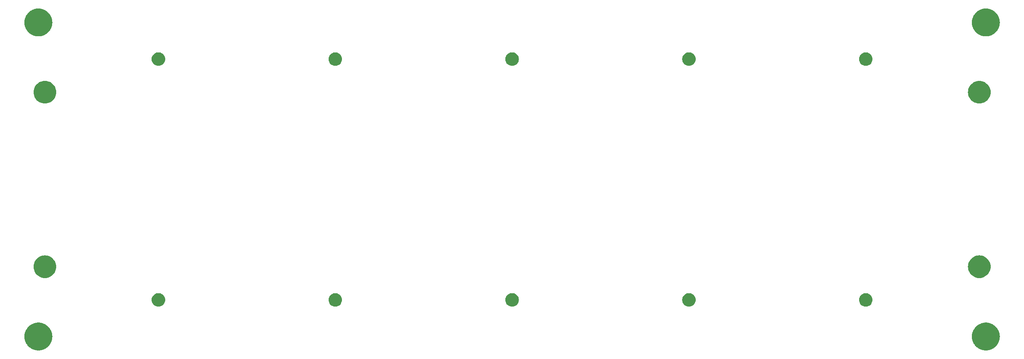
<source format=gbs>
G04 #@! TF.GenerationSoftware,KiCad,Pcbnew,7.0.8*
G04 #@! TF.CreationDate,2023-11-12T21:23:09-08:00*
G04 #@! TF.ProjectId,10p-battery-holder,3130702d-6261-4747-9465-72792d686f6c,V1*
G04 #@! TF.SameCoordinates,Original*
G04 #@! TF.FileFunction,Soldermask,Bot*
G04 #@! TF.FilePolarity,Negative*
%FSLAX46Y46*%
G04 Gerber Fmt 4.6, Leading zero omitted, Abs format (unit mm)*
G04 Created by KiCad (PCBNEW 7.0.8) date 2023-11-12 21:23:09*
%MOMM*%
%LPD*%
G01*
G04 APERTURE LIST*
G04 APERTURE END LIST*
G36*
X44084617Y-123304752D02*
G01*
X44173237Y-123304752D01*
X44267863Y-123315042D01*
X44358286Y-123320121D01*
X44436052Y-123333334D01*
X44517695Y-123342213D01*
X44617132Y-123364100D01*
X44712067Y-123380231D01*
X44782190Y-123400432D01*
X44856078Y-123416697D01*
X44958904Y-123451343D01*
X45056893Y-123479573D01*
X45118829Y-123505227D01*
X45184420Y-123527328D01*
X45289066Y-123575743D01*
X45388428Y-123616900D01*
X45441885Y-123646444D01*
X45498879Y-123672813D01*
X45603601Y-123735822D01*
X45702503Y-123790483D01*
X45747429Y-123822360D01*
X45795766Y-123851443D01*
X45898711Y-123929700D01*
X45995167Y-123998139D01*
X46031765Y-124030845D01*
X46071599Y-124061126D01*
X46170795Y-124155090D01*
X46262742Y-124237258D01*
X46291434Y-124269364D01*
X46323139Y-124299397D01*
X46416559Y-124409380D01*
X46501861Y-124504833D01*
X46523285Y-124535028D01*
X46547451Y-124563478D01*
X46633041Y-124689715D01*
X46709517Y-124797497D01*
X46724498Y-124824603D01*
X46741891Y-124850256D01*
X46817594Y-124993048D01*
X46883100Y-125111572D01*
X46892633Y-125134588D01*
X46904189Y-125156384D01*
X46968007Y-125316555D01*
X47020427Y-125443107D01*
X47025640Y-125461202D01*
X47032433Y-125478251D01*
X47082458Y-125658425D01*
X47119769Y-125787933D01*
X47121901Y-125800483D01*
X47125129Y-125812108D01*
X47159534Y-126021976D01*
X47179879Y-126141714D01*
X47180251Y-126148344D01*
X47181183Y-126154027D01*
X47198292Y-126469602D01*
X47200000Y-126500000D01*
X47198292Y-126530400D01*
X47181183Y-126845972D01*
X47180251Y-126851654D01*
X47179879Y-126858286D01*
X47159530Y-126978050D01*
X47125129Y-127187891D01*
X47121901Y-127199514D01*
X47119769Y-127212067D01*
X47082451Y-127341601D01*
X47032433Y-127521748D01*
X47025641Y-127538794D01*
X47020427Y-127556893D01*
X46967997Y-127683469D01*
X46904189Y-127843615D01*
X46892635Y-127865407D01*
X46883100Y-127888428D01*
X46817581Y-128006975D01*
X46741891Y-128149743D01*
X46724501Y-128175390D01*
X46709517Y-128202503D01*
X46633026Y-128310306D01*
X46547451Y-128436521D01*
X46523290Y-128464965D01*
X46501861Y-128495167D01*
X46416542Y-128590638D01*
X46323139Y-128700602D01*
X46291439Y-128730628D01*
X46262742Y-128762742D01*
X46170777Y-128844926D01*
X46071599Y-128938873D01*
X46031772Y-128969147D01*
X45995167Y-129001861D01*
X45898692Y-129070313D01*
X45795766Y-129148556D01*
X45747439Y-129177633D01*
X45702503Y-129209517D01*
X45603581Y-129264188D01*
X45498879Y-129327186D01*
X45441896Y-129353549D01*
X45388428Y-129383100D01*
X45289046Y-129424265D01*
X45184420Y-129472671D01*
X45118842Y-129494766D01*
X45056893Y-129520427D01*
X44958884Y-129548662D01*
X44856078Y-129583302D01*
X44782204Y-129599562D01*
X44712067Y-129619769D01*
X44617112Y-129635902D01*
X44517695Y-129657786D01*
X44436064Y-129666663D01*
X44358286Y-129679879D01*
X44267858Y-129684957D01*
X44173237Y-129695248D01*
X44084617Y-129695248D01*
X44000000Y-129700000D01*
X43915383Y-129695248D01*
X43826763Y-129695248D01*
X43732141Y-129684957D01*
X43641714Y-129679879D01*
X43563936Y-129666664D01*
X43482304Y-129657786D01*
X43382883Y-129635901D01*
X43287933Y-129619769D01*
X43217798Y-129599563D01*
X43143921Y-129583302D01*
X43041109Y-129548660D01*
X42943107Y-129520427D01*
X42881162Y-129494768D01*
X42815579Y-129472671D01*
X42710944Y-129424261D01*
X42611572Y-129383100D01*
X42558108Y-129353552D01*
X42501120Y-129327186D01*
X42396406Y-129264182D01*
X42297497Y-129209517D01*
X42252566Y-129177637D01*
X42204233Y-129148556D01*
X42101292Y-129070302D01*
X42004833Y-129001861D01*
X41968232Y-128969153D01*
X41928400Y-128938873D01*
X41829205Y-128844910D01*
X41737258Y-128762742D01*
X41708565Y-128730635D01*
X41676860Y-128700602D01*
X41583437Y-128590616D01*
X41498139Y-128495167D01*
X41476714Y-128464972D01*
X41452548Y-128436521D01*
X41366950Y-128310274D01*
X41290483Y-128202503D01*
X41275503Y-128175398D01*
X41258108Y-128149743D01*
X41182394Y-128006930D01*
X41116900Y-127888428D01*
X41107367Y-127865415D01*
X41095810Y-127843615D01*
X41031976Y-127683405D01*
X40979573Y-127556893D01*
X40974361Y-127538803D01*
X40967566Y-127521748D01*
X40917521Y-127341505D01*
X40880231Y-127212067D01*
X40878099Y-127199523D01*
X40874870Y-127187891D01*
X40840441Y-126977882D01*
X40820121Y-126858286D01*
X40819749Y-126851663D01*
X40818816Y-126845972D01*
X40801678Y-126529884D01*
X40800000Y-126500000D01*
X40801678Y-126470117D01*
X40818816Y-126154027D01*
X40819749Y-126148334D01*
X40820121Y-126141714D01*
X40840436Y-126022144D01*
X40874870Y-125812108D01*
X40878100Y-125800474D01*
X40880231Y-125787933D01*
X40917513Y-125658520D01*
X40967566Y-125478251D01*
X40974362Y-125461193D01*
X40979573Y-125443107D01*
X41031966Y-125316619D01*
X41095810Y-125156384D01*
X41107369Y-125134579D01*
X41116900Y-125111572D01*
X41182381Y-124993092D01*
X41258108Y-124850256D01*
X41275506Y-124824595D01*
X41290483Y-124797497D01*
X41366935Y-124689747D01*
X41452548Y-124563478D01*
X41476719Y-124535021D01*
X41498139Y-124504833D01*
X41583420Y-124409402D01*
X41676860Y-124299397D01*
X41708571Y-124269358D01*
X41737258Y-124237258D01*
X41829186Y-124155105D01*
X41928400Y-124061126D01*
X41968240Y-124030840D01*
X42004833Y-123998139D01*
X42101273Y-123929711D01*
X42204233Y-123851443D01*
X42252575Y-123822356D01*
X42297497Y-123790483D01*
X42396385Y-123735829D01*
X42501120Y-123672813D01*
X42558120Y-123646441D01*
X42611572Y-123616900D01*
X42710923Y-123575747D01*
X42815579Y-123527328D01*
X42881175Y-123505226D01*
X42943107Y-123479573D01*
X43041088Y-123451345D01*
X43143921Y-123416697D01*
X43217813Y-123400432D01*
X43287933Y-123380231D01*
X43382863Y-123364101D01*
X43482304Y-123342213D01*
X43563948Y-123333333D01*
X43641714Y-123320121D01*
X43732135Y-123315042D01*
X43826763Y-123304752D01*
X43915383Y-123304752D01*
X44000000Y-123300000D01*
X44084617Y-123304752D01*
G37*
G36*
X261084617Y-123304752D02*
G01*
X261173237Y-123304752D01*
X261267863Y-123315042D01*
X261358286Y-123320121D01*
X261436052Y-123333334D01*
X261517695Y-123342213D01*
X261617132Y-123364100D01*
X261712067Y-123380231D01*
X261782190Y-123400432D01*
X261856078Y-123416697D01*
X261958904Y-123451343D01*
X262056893Y-123479573D01*
X262118829Y-123505227D01*
X262184420Y-123527328D01*
X262289066Y-123575743D01*
X262388428Y-123616900D01*
X262441885Y-123646444D01*
X262498879Y-123672813D01*
X262603601Y-123735822D01*
X262702503Y-123790483D01*
X262747429Y-123822360D01*
X262795766Y-123851443D01*
X262898711Y-123929700D01*
X262995167Y-123998139D01*
X263031765Y-124030845D01*
X263071599Y-124061126D01*
X263170795Y-124155090D01*
X263262742Y-124237258D01*
X263291434Y-124269364D01*
X263323139Y-124299397D01*
X263416559Y-124409380D01*
X263501861Y-124504833D01*
X263523285Y-124535028D01*
X263547451Y-124563478D01*
X263633041Y-124689715D01*
X263709517Y-124797497D01*
X263724498Y-124824603D01*
X263741891Y-124850256D01*
X263817594Y-124993048D01*
X263883100Y-125111572D01*
X263892633Y-125134588D01*
X263904189Y-125156384D01*
X263968007Y-125316555D01*
X264020427Y-125443107D01*
X264025640Y-125461202D01*
X264032433Y-125478251D01*
X264082458Y-125658425D01*
X264119769Y-125787933D01*
X264121901Y-125800483D01*
X264125129Y-125812108D01*
X264159534Y-126021976D01*
X264179879Y-126141714D01*
X264180251Y-126148344D01*
X264181183Y-126154027D01*
X264198292Y-126469602D01*
X264200000Y-126500000D01*
X264198292Y-126530400D01*
X264181183Y-126845972D01*
X264180251Y-126851654D01*
X264179879Y-126858286D01*
X264159530Y-126978050D01*
X264125129Y-127187891D01*
X264121901Y-127199514D01*
X264119769Y-127212067D01*
X264082451Y-127341601D01*
X264032433Y-127521748D01*
X264025641Y-127538794D01*
X264020427Y-127556893D01*
X263967997Y-127683469D01*
X263904189Y-127843615D01*
X263892635Y-127865407D01*
X263883100Y-127888428D01*
X263817581Y-128006975D01*
X263741891Y-128149743D01*
X263724501Y-128175390D01*
X263709517Y-128202503D01*
X263633026Y-128310306D01*
X263547451Y-128436521D01*
X263523290Y-128464965D01*
X263501861Y-128495167D01*
X263416542Y-128590638D01*
X263323139Y-128700602D01*
X263291439Y-128730628D01*
X263262742Y-128762742D01*
X263170777Y-128844926D01*
X263071599Y-128938873D01*
X263031772Y-128969147D01*
X262995167Y-129001861D01*
X262898692Y-129070313D01*
X262795766Y-129148556D01*
X262747439Y-129177633D01*
X262702503Y-129209517D01*
X262603581Y-129264188D01*
X262498879Y-129327186D01*
X262441896Y-129353549D01*
X262388428Y-129383100D01*
X262289046Y-129424265D01*
X262184420Y-129472671D01*
X262118842Y-129494766D01*
X262056893Y-129520427D01*
X261958884Y-129548662D01*
X261856078Y-129583302D01*
X261782204Y-129599562D01*
X261712067Y-129619769D01*
X261617112Y-129635902D01*
X261517695Y-129657786D01*
X261436064Y-129666663D01*
X261358286Y-129679879D01*
X261267858Y-129684957D01*
X261173237Y-129695248D01*
X261084617Y-129695248D01*
X261000000Y-129700000D01*
X260915383Y-129695248D01*
X260826763Y-129695248D01*
X260732141Y-129684957D01*
X260641714Y-129679879D01*
X260563936Y-129666664D01*
X260482304Y-129657786D01*
X260382883Y-129635901D01*
X260287933Y-129619769D01*
X260217798Y-129599563D01*
X260143921Y-129583302D01*
X260041109Y-129548660D01*
X259943107Y-129520427D01*
X259881162Y-129494768D01*
X259815579Y-129472671D01*
X259710944Y-129424261D01*
X259611572Y-129383100D01*
X259558108Y-129353552D01*
X259501120Y-129327186D01*
X259396406Y-129264182D01*
X259297497Y-129209517D01*
X259252566Y-129177637D01*
X259204233Y-129148556D01*
X259101292Y-129070302D01*
X259004833Y-129001861D01*
X258968232Y-128969153D01*
X258928400Y-128938873D01*
X258829205Y-128844910D01*
X258737258Y-128762742D01*
X258708565Y-128730635D01*
X258676860Y-128700602D01*
X258583437Y-128590616D01*
X258498139Y-128495167D01*
X258476714Y-128464972D01*
X258452548Y-128436521D01*
X258366950Y-128310274D01*
X258290483Y-128202503D01*
X258275503Y-128175398D01*
X258258108Y-128149743D01*
X258182394Y-128006930D01*
X258116900Y-127888428D01*
X258107367Y-127865415D01*
X258095810Y-127843615D01*
X258031976Y-127683405D01*
X257979573Y-127556893D01*
X257974361Y-127538803D01*
X257967566Y-127521748D01*
X257917521Y-127341505D01*
X257880231Y-127212067D01*
X257878099Y-127199523D01*
X257874870Y-127187891D01*
X257840441Y-126977882D01*
X257820121Y-126858286D01*
X257819749Y-126851663D01*
X257818816Y-126845972D01*
X257801678Y-126529884D01*
X257800000Y-126500000D01*
X257801678Y-126470117D01*
X257818816Y-126154027D01*
X257819749Y-126148334D01*
X257820121Y-126141714D01*
X257840436Y-126022144D01*
X257874870Y-125812108D01*
X257878100Y-125800474D01*
X257880231Y-125787933D01*
X257917513Y-125658520D01*
X257967566Y-125478251D01*
X257974362Y-125461193D01*
X257979573Y-125443107D01*
X258031966Y-125316619D01*
X258095810Y-125156384D01*
X258107369Y-125134579D01*
X258116900Y-125111572D01*
X258182381Y-124993092D01*
X258258108Y-124850256D01*
X258275506Y-124824595D01*
X258290483Y-124797497D01*
X258366935Y-124689747D01*
X258452548Y-124563478D01*
X258476719Y-124535021D01*
X258498139Y-124504833D01*
X258583420Y-124409402D01*
X258676860Y-124299397D01*
X258708571Y-124269358D01*
X258737258Y-124237258D01*
X258829186Y-124155105D01*
X258928400Y-124061126D01*
X258968240Y-124030840D01*
X259004833Y-123998139D01*
X259101273Y-123929711D01*
X259204233Y-123851443D01*
X259252575Y-123822356D01*
X259297497Y-123790483D01*
X259396385Y-123735829D01*
X259501120Y-123672813D01*
X259558120Y-123646441D01*
X259611572Y-123616900D01*
X259710923Y-123575747D01*
X259815579Y-123527328D01*
X259881175Y-123505226D01*
X259943107Y-123479573D01*
X260041088Y-123451345D01*
X260143921Y-123416697D01*
X260217813Y-123400432D01*
X260287933Y-123380231D01*
X260382863Y-123364101D01*
X260482304Y-123342213D01*
X260563948Y-123333333D01*
X260641714Y-123320121D01*
X260732135Y-123315042D01*
X260826763Y-123304752D01*
X260915383Y-123304752D01*
X261000000Y-123300000D01*
X261084617Y-123304752D01*
G37*
G36*
X71742473Y-116569083D02*
G01*
X71978976Y-116625862D01*
X72203685Y-116718940D01*
X72411067Y-116846024D01*
X72596016Y-117003984D01*
X72753976Y-117188933D01*
X72881060Y-117396315D01*
X72974138Y-117621024D01*
X73030917Y-117857527D01*
X73050000Y-118100000D01*
X73030917Y-118342473D01*
X72974138Y-118578976D01*
X72881060Y-118803685D01*
X72753976Y-119011067D01*
X72596016Y-119196016D01*
X72411067Y-119353976D01*
X72203685Y-119481060D01*
X71978976Y-119574138D01*
X71742473Y-119630917D01*
X71500000Y-119650000D01*
X71257527Y-119630917D01*
X71021024Y-119574138D01*
X70796315Y-119481060D01*
X70588933Y-119353976D01*
X70403984Y-119196016D01*
X70246024Y-119011067D01*
X70118940Y-118803685D01*
X70025862Y-118578976D01*
X69969083Y-118342473D01*
X69950000Y-118100000D01*
X69969083Y-117857527D01*
X70025862Y-117621024D01*
X70118940Y-117396315D01*
X70246024Y-117188933D01*
X70403984Y-117003984D01*
X70588933Y-116846024D01*
X70796315Y-116718940D01*
X71021024Y-116625862D01*
X71257527Y-116569083D01*
X71500000Y-116550000D01*
X71742473Y-116569083D01*
G37*
G36*
X112242473Y-116569083D02*
G01*
X112478976Y-116625862D01*
X112703685Y-116718940D01*
X112911067Y-116846024D01*
X113096016Y-117003984D01*
X113253976Y-117188933D01*
X113381060Y-117396315D01*
X113474138Y-117621024D01*
X113530917Y-117857527D01*
X113550000Y-118100000D01*
X113530917Y-118342473D01*
X113474138Y-118578976D01*
X113381060Y-118803685D01*
X113253976Y-119011067D01*
X113096016Y-119196016D01*
X112911067Y-119353976D01*
X112703685Y-119481060D01*
X112478976Y-119574138D01*
X112242473Y-119630917D01*
X112000000Y-119650000D01*
X111757527Y-119630917D01*
X111521024Y-119574138D01*
X111296315Y-119481060D01*
X111088933Y-119353976D01*
X110903984Y-119196016D01*
X110746024Y-119011067D01*
X110618940Y-118803685D01*
X110525862Y-118578976D01*
X110469083Y-118342473D01*
X110450000Y-118100000D01*
X110469083Y-117857527D01*
X110525862Y-117621024D01*
X110618940Y-117396315D01*
X110746024Y-117188933D01*
X110903984Y-117003984D01*
X111088933Y-116846024D01*
X111296315Y-116718940D01*
X111521024Y-116625862D01*
X111757527Y-116569083D01*
X112000000Y-116550000D01*
X112242473Y-116569083D01*
G37*
G36*
X152742473Y-116569083D02*
G01*
X152978976Y-116625862D01*
X153203685Y-116718940D01*
X153411067Y-116846024D01*
X153596016Y-117003984D01*
X153753976Y-117188933D01*
X153881060Y-117396315D01*
X153974138Y-117621024D01*
X154030917Y-117857527D01*
X154050000Y-118100000D01*
X154030917Y-118342473D01*
X153974138Y-118578976D01*
X153881060Y-118803685D01*
X153753976Y-119011067D01*
X153596016Y-119196016D01*
X153411067Y-119353976D01*
X153203685Y-119481060D01*
X152978976Y-119574138D01*
X152742473Y-119630917D01*
X152500000Y-119650000D01*
X152257527Y-119630917D01*
X152021024Y-119574138D01*
X151796315Y-119481060D01*
X151588933Y-119353976D01*
X151403984Y-119196016D01*
X151246024Y-119011067D01*
X151118940Y-118803685D01*
X151025862Y-118578976D01*
X150969083Y-118342473D01*
X150950000Y-118100000D01*
X150969083Y-117857527D01*
X151025862Y-117621024D01*
X151118940Y-117396315D01*
X151246024Y-117188933D01*
X151403984Y-117003984D01*
X151588933Y-116846024D01*
X151796315Y-116718940D01*
X152021024Y-116625862D01*
X152257527Y-116569083D01*
X152500000Y-116550000D01*
X152742473Y-116569083D01*
G37*
G36*
X193242473Y-116569083D02*
G01*
X193478976Y-116625862D01*
X193703685Y-116718940D01*
X193911067Y-116846024D01*
X194096016Y-117003984D01*
X194253976Y-117188933D01*
X194381060Y-117396315D01*
X194474138Y-117621024D01*
X194530917Y-117857527D01*
X194550000Y-118100000D01*
X194530917Y-118342473D01*
X194474138Y-118578976D01*
X194381060Y-118803685D01*
X194253976Y-119011067D01*
X194096016Y-119196016D01*
X193911067Y-119353976D01*
X193703685Y-119481060D01*
X193478976Y-119574138D01*
X193242473Y-119630917D01*
X193000000Y-119650000D01*
X192757527Y-119630917D01*
X192521024Y-119574138D01*
X192296315Y-119481060D01*
X192088933Y-119353976D01*
X191903984Y-119196016D01*
X191746024Y-119011067D01*
X191618940Y-118803685D01*
X191525862Y-118578976D01*
X191469083Y-118342473D01*
X191450000Y-118100000D01*
X191469083Y-117857527D01*
X191525862Y-117621024D01*
X191618940Y-117396315D01*
X191746024Y-117188933D01*
X191903984Y-117003984D01*
X192088933Y-116846024D01*
X192296315Y-116718940D01*
X192521024Y-116625862D01*
X192757527Y-116569083D01*
X193000000Y-116550000D01*
X193242473Y-116569083D01*
G37*
G36*
X233742473Y-116569083D02*
G01*
X233978976Y-116625862D01*
X234203685Y-116718940D01*
X234411067Y-116846024D01*
X234596016Y-117003984D01*
X234753976Y-117188933D01*
X234881060Y-117396315D01*
X234974138Y-117621024D01*
X235030917Y-117857527D01*
X235050000Y-118100000D01*
X235030917Y-118342473D01*
X234974138Y-118578976D01*
X234881060Y-118803685D01*
X234753976Y-119011067D01*
X234596016Y-119196016D01*
X234411067Y-119353976D01*
X234203685Y-119481060D01*
X233978976Y-119574138D01*
X233742473Y-119630917D01*
X233500000Y-119650000D01*
X233257527Y-119630917D01*
X233021024Y-119574138D01*
X232796315Y-119481060D01*
X232588933Y-119353976D01*
X232403984Y-119196016D01*
X232246024Y-119011067D01*
X232118940Y-118803685D01*
X232025862Y-118578976D01*
X231969083Y-118342473D01*
X231950000Y-118100000D01*
X231969083Y-117857527D01*
X232025862Y-117621024D01*
X232118940Y-117396315D01*
X232246024Y-117188933D01*
X232403984Y-117003984D01*
X232588933Y-116846024D01*
X232796315Y-116718940D01*
X233021024Y-116625862D01*
X233257527Y-116569083D01*
X233500000Y-116550000D01*
X233742473Y-116569083D01*
G37*
G36*
X45813395Y-107918957D02*
G01*
X46122221Y-107975551D01*
X46421973Y-108068958D01*
X46708280Y-108197814D01*
X46976968Y-108360242D01*
X47224119Y-108553872D01*
X47446128Y-108775881D01*
X47639758Y-109023032D01*
X47802186Y-109291720D01*
X47931042Y-109578027D01*
X48024449Y-109877779D01*
X48081043Y-110186605D01*
X48100000Y-110500000D01*
X48081043Y-110813395D01*
X48024449Y-111122221D01*
X47931042Y-111421973D01*
X47802186Y-111708280D01*
X47639758Y-111976968D01*
X47446128Y-112224119D01*
X47224119Y-112446128D01*
X46976968Y-112639758D01*
X46708280Y-112802186D01*
X46421973Y-112931042D01*
X46122221Y-113024449D01*
X45813395Y-113081043D01*
X45500000Y-113100000D01*
X45186605Y-113081043D01*
X44877779Y-113024449D01*
X44578027Y-112931042D01*
X44291720Y-112802186D01*
X44023032Y-112639758D01*
X43775881Y-112446128D01*
X43553872Y-112224119D01*
X43360242Y-111976968D01*
X43197814Y-111708280D01*
X43068958Y-111421973D01*
X42975551Y-111122221D01*
X42918957Y-110813395D01*
X42900000Y-110500000D01*
X42918957Y-110186605D01*
X42975551Y-109877779D01*
X43068958Y-109578027D01*
X43197814Y-109291720D01*
X43360242Y-109023032D01*
X43553872Y-108775881D01*
X43775881Y-108553872D01*
X44023032Y-108360242D01*
X44291720Y-108197814D01*
X44578027Y-108068958D01*
X44877779Y-107975551D01*
X45186605Y-107918957D01*
X45500000Y-107900000D01*
X45813395Y-107918957D01*
G37*
G36*
X259813395Y-107918957D02*
G01*
X260122221Y-107975551D01*
X260421973Y-108068958D01*
X260708280Y-108197814D01*
X260976968Y-108360242D01*
X261224119Y-108553872D01*
X261446128Y-108775881D01*
X261639758Y-109023032D01*
X261802186Y-109291720D01*
X261931042Y-109578027D01*
X262024449Y-109877779D01*
X262081043Y-110186605D01*
X262100000Y-110500000D01*
X262081043Y-110813395D01*
X262024449Y-111122221D01*
X261931042Y-111421973D01*
X261802186Y-111708280D01*
X261639758Y-111976968D01*
X261446128Y-112224119D01*
X261224119Y-112446128D01*
X260976968Y-112639758D01*
X260708280Y-112802186D01*
X260421973Y-112931042D01*
X260122221Y-113024449D01*
X259813395Y-113081043D01*
X259500000Y-113100000D01*
X259186605Y-113081043D01*
X258877779Y-113024449D01*
X258578027Y-112931042D01*
X258291720Y-112802186D01*
X258023032Y-112639758D01*
X257775881Y-112446128D01*
X257553872Y-112224119D01*
X257360242Y-111976968D01*
X257197814Y-111708280D01*
X257068958Y-111421973D01*
X256975551Y-111122221D01*
X256918957Y-110813395D01*
X256900000Y-110500000D01*
X256918957Y-110186605D01*
X256975551Y-109877779D01*
X257068958Y-109578027D01*
X257197814Y-109291720D01*
X257360242Y-109023032D01*
X257553872Y-108775881D01*
X257775881Y-108553872D01*
X258023032Y-108360242D01*
X258291720Y-108197814D01*
X258578027Y-108068958D01*
X258877779Y-107975551D01*
X259186605Y-107918957D01*
X259500000Y-107900000D01*
X259813395Y-107918957D01*
G37*
G36*
X45813395Y-67918957D02*
G01*
X46122221Y-67975551D01*
X46421973Y-68068958D01*
X46708280Y-68197814D01*
X46976968Y-68360242D01*
X47224119Y-68553872D01*
X47446128Y-68775881D01*
X47639758Y-69023032D01*
X47802186Y-69291720D01*
X47931042Y-69578027D01*
X48024449Y-69877779D01*
X48081043Y-70186605D01*
X48100000Y-70500000D01*
X48081043Y-70813395D01*
X48024449Y-71122221D01*
X47931042Y-71421973D01*
X47802186Y-71708280D01*
X47639758Y-71976968D01*
X47446128Y-72224119D01*
X47224119Y-72446128D01*
X46976968Y-72639758D01*
X46708280Y-72802186D01*
X46421973Y-72931042D01*
X46122221Y-73024449D01*
X45813395Y-73081043D01*
X45500000Y-73100000D01*
X45186605Y-73081043D01*
X44877779Y-73024449D01*
X44578027Y-72931042D01*
X44291720Y-72802186D01*
X44023032Y-72639758D01*
X43775881Y-72446128D01*
X43553872Y-72224119D01*
X43360242Y-71976968D01*
X43197814Y-71708280D01*
X43068958Y-71421973D01*
X42975551Y-71122221D01*
X42918957Y-70813395D01*
X42900000Y-70500000D01*
X42918957Y-70186605D01*
X42975551Y-69877779D01*
X43068958Y-69578027D01*
X43197814Y-69291720D01*
X43360242Y-69023032D01*
X43553872Y-68775881D01*
X43775881Y-68553872D01*
X44023032Y-68360242D01*
X44291720Y-68197814D01*
X44578027Y-68068958D01*
X44877779Y-67975551D01*
X45186605Y-67918957D01*
X45500000Y-67900000D01*
X45813395Y-67918957D01*
G37*
G36*
X259813395Y-67918957D02*
G01*
X260122221Y-67975551D01*
X260421973Y-68068958D01*
X260708280Y-68197814D01*
X260976968Y-68360242D01*
X261224119Y-68553872D01*
X261446128Y-68775881D01*
X261639758Y-69023032D01*
X261802186Y-69291720D01*
X261931042Y-69578027D01*
X262024449Y-69877779D01*
X262081043Y-70186605D01*
X262100000Y-70500000D01*
X262081043Y-70813395D01*
X262024449Y-71122221D01*
X261931042Y-71421973D01*
X261802186Y-71708280D01*
X261639758Y-71976968D01*
X261446128Y-72224119D01*
X261224119Y-72446128D01*
X260976968Y-72639758D01*
X260708280Y-72802186D01*
X260421973Y-72931042D01*
X260122221Y-73024449D01*
X259813395Y-73081043D01*
X259500000Y-73100000D01*
X259186605Y-73081043D01*
X258877779Y-73024449D01*
X258578027Y-72931042D01*
X258291720Y-72802186D01*
X258023032Y-72639758D01*
X257775881Y-72446128D01*
X257553872Y-72224119D01*
X257360242Y-71976968D01*
X257197814Y-71708280D01*
X257068958Y-71421973D01*
X256975551Y-71122221D01*
X256918957Y-70813395D01*
X256900000Y-70500000D01*
X256918957Y-70186605D01*
X256975551Y-69877779D01*
X257068958Y-69578027D01*
X257197814Y-69291720D01*
X257360242Y-69023032D01*
X257553872Y-68775881D01*
X257775881Y-68553872D01*
X258023032Y-68360242D01*
X258291720Y-68197814D01*
X258578027Y-68068958D01*
X258877779Y-67975551D01*
X259186605Y-67918957D01*
X259500000Y-67900000D01*
X259813395Y-67918957D01*
G37*
G36*
X71742473Y-61369083D02*
G01*
X71978976Y-61425862D01*
X72203685Y-61518940D01*
X72411067Y-61646024D01*
X72596016Y-61803984D01*
X72753976Y-61988933D01*
X72881060Y-62196315D01*
X72974138Y-62421024D01*
X73030917Y-62657527D01*
X73050000Y-62900000D01*
X73030917Y-63142473D01*
X72974138Y-63378976D01*
X72881060Y-63603685D01*
X72753976Y-63811067D01*
X72596016Y-63996016D01*
X72411067Y-64153976D01*
X72203685Y-64281060D01*
X71978976Y-64374138D01*
X71742473Y-64430917D01*
X71500000Y-64450000D01*
X71257527Y-64430917D01*
X71021024Y-64374138D01*
X70796315Y-64281060D01*
X70588933Y-64153976D01*
X70403984Y-63996016D01*
X70246024Y-63811067D01*
X70118940Y-63603685D01*
X70025862Y-63378976D01*
X69969083Y-63142473D01*
X69950000Y-62900000D01*
X69969083Y-62657527D01*
X70025862Y-62421024D01*
X70118940Y-62196315D01*
X70246024Y-61988933D01*
X70403984Y-61803984D01*
X70588933Y-61646024D01*
X70796315Y-61518940D01*
X71021024Y-61425862D01*
X71257527Y-61369083D01*
X71500000Y-61350000D01*
X71742473Y-61369083D01*
G37*
G36*
X112242473Y-61369083D02*
G01*
X112478976Y-61425862D01*
X112703685Y-61518940D01*
X112911067Y-61646024D01*
X113096016Y-61803984D01*
X113253976Y-61988933D01*
X113381060Y-62196315D01*
X113474138Y-62421024D01*
X113530917Y-62657527D01*
X113550000Y-62900000D01*
X113530917Y-63142473D01*
X113474138Y-63378976D01*
X113381060Y-63603685D01*
X113253976Y-63811067D01*
X113096016Y-63996016D01*
X112911067Y-64153976D01*
X112703685Y-64281060D01*
X112478976Y-64374138D01*
X112242473Y-64430917D01*
X112000000Y-64450000D01*
X111757527Y-64430917D01*
X111521024Y-64374138D01*
X111296315Y-64281060D01*
X111088933Y-64153976D01*
X110903984Y-63996016D01*
X110746024Y-63811067D01*
X110618940Y-63603685D01*
X110525862Y-63378976D01*
X110469083Y-63142473D01*
X110450000Y-62900000D01*
X110469083Y-62657527D01*
X110525862Y-62421024D01*
X110618940Y-62196315D01*
X110746024Y-61988933D01*
X110903984Y-61803984D01*
X111088933Y-61646024D01*
X111296315Y-61518940D01*
X111521024Y-61425862D01*
X111757527Y-61369083D01*
X112000000Y-61350000D01*
X112242473Y-61369083D01*
G37*
G36*
X152742473Y-61369083D02*
G01*
X152978976Y-61425862D01*
X153203685Y-61518940D01*
X153411067Y-61646024D01*
X153596016Y-61803984D01*
X153753976Y-61988933D01*
X153881060Y-62196315D01*
X153974138Y-62421024D01*
X154030917Y-62657527D01*
X154050000Y-62900000D01*
X154030917Y-63142473D01*
X153974138Y-63378976D01*
X153881060Y-63603685D01*
X153753976Y-63811067D01*
X153596016Y-63996016D01*
X153411067Y-64153976D01*
X153203685Y-64281060D01*
X152978976Y-64374138D01*
X152742473Y-64430917D01*
X152500000Y-64450000D01*
X152257527Y-64430917D01*
X152021024Y-64374138D01*
X151796315Y-64281060D01*
X151588933Y-64153976D01*
X151403984Y-63996016D01*
X151246024Y-63811067D01*
X151118940Y-63603685D01*
X151025862Y-63378976D01*
X150969083Y-63142473D01*
X150950000Y-62900000D01*
X150969083Y-62657527D01*
X151025862Y-62421024D01*
X151118940Y-62196315D01*
X151246024Y-61988933D01*
X151403984Y-61803984D01*
X151588933Y-61646024D01*
X151796315Y-61518940D01*
X152021024Y-61425862D01*
X152257527Y-61369083D01*
X152500000Y-61350000D01*
X152742473Y-61369083D01*
G37*
G36*
X193242473Y-61369083D02*
G01*
X193478976Y-61425862D01*
X193703685Y-61518940D01*
X193911067Y-61646024D01*
X194096016Y-61803984D01*
X194253976Y-61988933D01*
X194381060Y-62196315D01*
X194474138Y-62421024D01*
X194530917Y-62657527D01*
X194550000Y-62900000D01*
X194530917Y-63142473D01*
X194474138Y-63378976D01*
X194381060Y-63603685D01*
X194253976Y-63811067D01*
X194096016Y-63996016D01*
X193911067Y-64153976D01*
X193703685Y-64281060D01*
X193478976Y-64374138D01*
X193242473Y-64430917D01*
X193000000Y-64450000D01*
X192757527Y-64430917D01*
X192521024Y-64374138D01*
X192296315Y-64281060D01*
X192088933Y-64153976D01*
X191903984Y-63996016D01*
X191746024Y-63811067D01*
X191618940Y-63603685D01*
X191525862Y-63378976D01*
X191469083Y-63142473D01*
X191450000Y-62900000D01*
X191469083Y-62657527D01*
X191525862Y-62421024D01*
X191618940Y-62196315D01*
X191746024Y-61988933D01*
X191903984Y-61803984D01*
X192088933Y-61646024D01*
X192296315Y-61518940D01*
X192521024Y-61425862D01*
X192757527Y-61369083D01*
X193000000Y-61350000D01*
X193242473Y-61369083D01*
G37*
G36*
X233742473Y-61369083D02*
G01*
X233978976Y-61425862D01*
X234203685Y-61518940D01*
X234411067Y-61646024D01*
X234596016Y-61803984D01*
X234753976Y-61988933D01*
X234881060Y-62196315D01*
X234974138Y-62421024D01*
X235030917Y-62657527D01*
X235050000Y-62900000D01*
X235030917Y-63142473D01*
X234974138Y-63378976D01*
X234881060Y-63603685D01*
X234753976Y-63811067D01*
X234596016Y-63996016D01*
X234411067Y-64153976D01*
X234203685Y-64281060D01*
X233978976Y-64374138D01*
X233742473Y-64430917D01*
X233500000Y-64450000D01*
X233257527Y-64430917D01*
X233021024Y-64374138D01*
X232796315Y-64281060D01*
X232588933Y-64153976D01*
X232403984Y-63996016D01*
X232246024Y-63811067D01*
X232118940Y-63603685D01*
X232025862Y-63378976D01*
X231969083Y-63142473D01*
X231950000Y-62900000D01*
X231969083Y-62657527D01*
X232025862Y-62421024D01*
X232118940Y-62196315D01*
X232246024Y-61988933D01*
X232403984Y-61803984D01*
X232588933Y-61646024D01*
X232796315Y-61518940D01*
X233021024Y-61425862D01*
X233257527Y-61369083D01*
X233500000Y-61350000D01*
X233742473Y-61369083D01*
G37*
G36*
X44084617Y-51304752D02*
G01*
X44173237Y-51304752D01*
X44267863Y-51315042D01*
X44358286Y-51320121D01*
X44436052Y-51333334D01*
X44517695Y-51342213D01*
X44617132Y-51364100D01*
X44712067Y-51380231D01*
X44782190Y-51400432D01*
X44856078Y-51416697D01*
X44958904Y-51451343D01*
X45056893Y-51479573D01*
X45118829Y-51505227D01*
X45184420Y-51527328D01*
X45289066Y-51575743D01*
X45388428Y-51616900D01*
X45441885Y-51646444D01*
X45498879Y-51672813D01*
X45603601Y-51735822D01*
X45702503Y-51790483D01*
X45747429Y-51822360D01*
X45795766Y-51851443D01*
X45898711Y-51929700D01*
X45995167Y-51998139D01*
X46031765Y-52030845D01*
X46071599Y-52061126D01*
X46170795Y-52155090D01*
X46262742Y-52237258D01*
X46291434Y-52269364D01*
X46323139Y-52299397D01*
X46416559Y-52409380D01*
X46501861Y-52504833D01*
X46523285Y-52535028D01*
X46547451Y-52563478D01*
X46633041Y-52689715D01*
X46709517Y-52797497D01*
X46724498Y-52824603D01*
X46741891Y-52850256D01*
X46817594Y-52993048D01*
X46883100Y-53111572D01*
X46892633Y-53134588D01*
X46904189Y-53156384D01*
X46968007Y-53316555D01*
X47020427Y-53443107D01*
X47025640Y-53461202D01*
X47032433Y-53478251D01*
X47082458Y-53658425D01*
X47119769Y-53787933D01*
X47121901Y-53800483D01*
X47125129Y-53812108D01*
X47159534Y-54021976D01*
X47179879Y-54141714D01*
X47180251Y-54148344D01*
X47181183Y-54154027D01*
X47198292Y-54469602D01*
X47200000Y-54500000D01*
X47198292Y-54530400D01*
X47181183Y-54845972D01*
X47180251Y-54851654D01*
X47179879Y-54858286D01*
X47159530Y-54978050D01*
X47125129Y-55187891D01*
X47121901Y-55199514D01*
X47119769Y-55212067D01*
X47082451Y-55341601D01*
X47032433Y-55521748D01*
X47025641Y-55538794D01*
X47020427Y-55556893D01*
X46967997Y-55683469D01*
X46904189Y-55843615D01*
X46892635Y-55865407D01*
X46883100Y-55888428D01*
X46817581Y-56006975D01*
X46741891Y-56149743D01*
X46724501Y-56175390D01*
X46709517Y-56202503D01*
X46633026Y-56310306D01*
X46547451Y-56436521D01*
X46523290Y-56464965D01*
X46501861Y-56495167D01*
X46416542Y-56590638D01*
X46323139Y-56700602D01*
X46291439Y-56730628D01*
X46262742Y-56762742D01*
X46170777Y-56844926D01*
X46071599Y-56938873D01*
X46031772Y-56969147D01*
X45995167Y-57001861D01*
X45898692Y-57070313D01*
X45795766Y-57148556D01*
X45747439Y-57177633D01*
X45702503Y-57209517D01*
X45603581Y-57264188D01*
X45498879Y-57327186D01*
X45441896Y-57353549D01*
X45388428Y-57383100D01*
X45289046Y-57424265D01*
X45184420Y-57472671D01*
X45118842Y-57494766D01*
X45056893Y-57520427D01*
X44958884Y-57548662D01*
X44856078Y-57583302D01*
X44782204Y-57599562D01*
X44712067Y-57619769D01*
X44617112Y-57635902D01*
X44517695Y-57657786D01*
X44436064Y-57666663D01*
X44358286Y-57679879D01*
X44267858Y-57684957D01*
X44173237Y-57695248D01*
X44084617Y-57695248D01*
X44000000Y-57700000D01*
X43915383Y-57695248D01*
X43826763Y-57695248D01*
X43732141Y-57684957D01*
X43641714Y-57679879D01*
X43563936Y-57666664D01*
X43482304Y-57657786D01*
X43382883Y-57635901D01*
X43287933Y-57619769D01*
X43217798Y-57599563D01*
X43143921Y-57583302D01*
X43041109Y-57548660D01*
X42943107Y-57520427D01*
X42881162Y-57494768D01*
X42815579Y-57472671D01*
X42710944Y-57424261D01*
X42611572Y-57383100D01*
X42558108Y-57353552D01*
X42501120Y-57327186D01*
X42396406Y-57264182D01*
X42297497Y-57209517D01*
X42252566Y-57177637D01*
X42204233Y-57148556D01*
X42101292Y-57070302D01*
X42004833Y-57001861D01*
X41968232Y-56969153D01*
X41928400Y-56938873D01*
X41829205Y-56844910D01*
X41737258Y-56762742D01*
X41708565Y-56730635D01*
X41676860Y-56700602D01*
X41583437Y-56590616D01*
X41498139Y-56495167D01*
X41476714Y-56464972D01*
X41452548Y-56436521D01*
X41366950Y-56310274D01*
X41290483Y-56202503D01*
X41275503Y-56175398D01*
X41258108Y-56149743D01*
X41182394Y-56006930D01*
X41116900Y-55888428D01*
X41107367Y-55865415D01*
X41095810Y-55843615D01*
X41031976Y-55683405D01*
X40979573Y-55556893D01*
X40974361Y-55538803D01*
X40967566Y-55521748D01*
X40917521Y-55341505D01*
X40880231Y-55212067D01*
X40878099Y-55199523D01*
X40874870Y-55187891D01*
X40840441Y-54977882D01*
X40820121Y-54858286D01*
X40819749Y-54851663D01*
X40818816Y-54845972D01*
X40801678Y-54529884D01*
X40800000Y-54500000D01*
X40801678Y-54470117D01*
X40818816Y-54154027D01*
X40819749Y-54148334D01*
X40820121Y-54141714D01*
X40840436Y-54022144D01*
X40874870Y-53812108D01*
X40878100Y-53800474D01*
X40880231Y-53787933D01*
X40917513Y-53658520D01*
X40967566Y-53478251D01*
X40974362Y-53461193D01*
X40979573Y-53443107D01*
X41031966Y-53316619D01*
X41095810Y-53156384D01*
X41107369Y-53134579D01*
X41116900Y-53111572D01*
X41182381Y-52993092D01*
X41258108Y-52850256D01*
X41275506Y-52824595D01*
X41290483Y-52797497D01*
X41366935Y-52689747D01*
X41452548Y-52563478D01*
X41476719Y-52535021D01*
X41498139Y-52504833D01*
X41583420Y-52409402D01*
X41676860Y-52299397D01*
X41708571Y-52269358D01*
X41737258Y-52237258D01*
X41829186Y-52155105D01*
X41928400Y-52061126D01*
X41968240Y-52030840D01*
X42004833Y-51998139D01*
X42101273Y-51929711D01*
X42204233Y-51851443D01*
X42252575Y-51822356D01*
X42297497Y-51790483D01*
X42396385Y-51735829D01*
X42501120Y-51672813D01*
X42558120Y-51646441D01*
X42611572Y-51616900D01*
X42710923Y-51575747D01*
X42815579Y-51527328D01*
X42881175Y-51505226D01*
X42943107Y-51479573D01*
X43041088Y-51451345D01*
X43143921Y-51416697D01*
X43217813Y-51400432D01*
X43287933Y-51380231D01*
X43382863Y-51364101D01*
X43482304Y-51342213D01*
X43563948Y-51333333D01*
X43641714Y-51320121D01*
X43732135Y-51315042D01*
X43826763Y-51304752D01*
X43915383Y-51304752D01*
X44000000Y-51300000D01*
X44084617Y-51304752D01*
G37*
G36*
X261084617Y-51304752D02*
G01*
X261173237Y-51304752D01*
X261267863Y-51315042D01*
X261358286Y-51320121D01*
X261436052Y-51333334D01*
X261517695Y-51342213D01*
X261617132Y-51364100D01*
X261712067Y-51380231D01*
X261782190Y-51400432D01*
X261856078Y-51416697D01*
X261958904Y-51451343D01*
X262056893Y-51479573D01*
X262118829Y-51505227D01*
X262184420Y-51527328D01*
X262289066Y-51575743D01*
X262388428Y-51616900D01*
X262441885Y-51646444D01*
X262498879Y-51672813D01*
X262603601Y-51735822D01*
X262702503Y-51790483D01*
X262747429Y-51822360D01*
X262795766Y-51851443D01*
X262898711Y-51929700D01*
X262995167Y-51998139D01*
X263031765Y-52030845D01*
X263071599Y-52061126D01*
X263170795Y-52155090D01*
X263262742Y-52237258D01*
X263291434Y-52269364D01*
X263323139Y-52299397D01*
X263416559Y-52409380D01*
X263501861Y-52504833D01*
X263523285Y-52535028D01*
X263547451Y-52563478D01*
X263633041Y-52689715D01*
X263709517Y-52797497D01*
X263724498Y-52824603D01*
X263741891Y-52850256D01*
X263817594Y-52993048D01*
X263883100Y-53111572D01*
X263892633Y-53134588D01*
X263904189Y-53156384D01*
X263968007Y-53316555D01*
X264020427Y-53443107D01*
X264025640Y-53461202D01*
X264032433Y-53478251D01*
X264082458Y-53658425D01*
X264119769Y-53787933D01*
X264121901Y-53800483D01*
X264125129Y-53812108D01*
X264159534Y-54021976D01*
X264179879Y-54141714D01*
X264180251Y-54148344D01*
X264181183Y-54154027D01*
X264198292Y-54469602D01*
X264200000Y-54500000D01*
X264198292Y-54530400D01*
X264181183Y-54845972D01*
X264180251Y-54851654D01*
X264179879Y-54858286D01*
X264159530Y-54978050D01*
X264125129Y-55187891D01*
X264121901Y-55199514D01*
X264119769Y-55212067D01*
X264082451Y-55341601D01*
X264032433Y-55521748D01*
X264025641Y-55538794D01*
X264020427Y-55556893D01*
X263967997Y-55683469D01*
X263904189Y-55843615D01*
X263892635Y-55865407D01*
X263883100Y-55888428D01*
X263817581Y-56006975D01*
X263741891Y-56149743D01*
X263724501Y-56175390D01*
X263709517Y-56202503D01*
X263633026Y-56310306D01*
X263547451Y-56436521D01*
X263523290Y-56464965D01*
X263501861Y-56495167D01*
X263416542Y-56590638D01*
X263323139Y-56700602D01*
X263291439Y-56730628D01*
X263262742Y-56762742D01*
X263170777Y-56844926D01*
X263071599Y-56938873D01*
X263031772Y-56969147D01*
X262995167Y-57001861D01*
X262898692Y-57070313D01*
X262795766Y-57148556D01*
X262747439Y-57177633D01*
X262702503Y-57209517D01*
X262603581Y-57264188D01*
X262498879Y-57327186D01*
X262441896Y-57353549D01*
X262388428Y-57383100D01*
X262289046Y-57424265D01*
X262184420Y-57472671D01*
X262118842Y-57494766D01*
X262056893Y-57520427D01*
X261958884Y-57548662D01*
X261856078Y-57583302D01*
X261782204Y-57599562D01*
X261712067Y-57619769D01*
X261617112Y-57635902D01*
X261517695Y-57657786D01*
X261436064Y-57666663D01*
X261358286Y-57679879D01*
X261267858Y-57684957D01*
X261173237Y-57695248D01*
X261084617Y-57695248D01*
X261000000Y-57700000D01*
X260915383Y-57695248D01*
X260826763Y-57695248D01*
X260732141Y-57684957D01*
X260641714Y-57679879D01*
X260563936Y-57666664D01*
X260482304Y-57657786D01*
X260382883Y-57635901D01*
X260287933Y-57619769D01*
X260217798Y-57599563D01*
X260143921Y-57583302D01*
X260041109Y-57548660D01*
X259943107Y-57520427D01*
X259881162Y-57494768D01*
X259815579Y-57472671D01*
X259710944Y-57424261D01*
X259611572Y-57383100D01*
X259558108Y-57353552D01*
X259501120Y-57327186D01*
X259396406Y-57264182D01*
X259297497Y-57209517D01*
X259252566Y-57177637D01*
X259204233Y-57148556D01*
X259101292Y-57070302D01*
X259004833Y-57001861D01*
X258968232Y-56969153D01*
X258928400Y-56938873D01*
X258829205Y-56844910D01*
X258737258Y-56762742D01*
X258708565Y-56730635D01*
X258676860Y-56700602D01*
X258583437Y-56590616D01*
X258498139Y-56495167D01*
X258476714Y-56464972D01*
X258452548Y-56436521D01*
X258366950Y-56310274D01*
X258290483Y-56202503D01*
X258275503Y-56175398D01*
X258258108Y-56149743D01*
X258182394Y-56006930D01*
X258116900Y-55888428D01*
X258107367Y-55865415D01*
X258095810Y-55843615D01*
X258031976Y-55683405D01*
X257979573Y-55556893D01*
X257974361Y-55538803D01*
X257967566Y-55521748D01*
X257917521Y-55341505D01*
X257880231Y-55212067D01*
X257878099Y-55199523D01*
X257874870Y-55187891D01*
X257840441Y-54977882D01*
X257820121Y-54858286D01*
X257819749Y-54851663D01*
X257818816Y-54845972D01*
X257801678Y-54529884D01*
X257800000Y-54500000D01*
X257801678Y-54470117D01*
X257818816Y-54154027D01*
X257819749Y-54148334D01*
X257820121Y-54141714D01*
X257840436Y-54022144D01*
X257874870Y-53812108D01*
X257878100Y-53800474D01*
X257880231Y-53787933D01*
X257917513Y-53658520D01*
X257967566Y-53478251D01*
X257974362Y-53461193D01*
X257979573Y-53443107D01*
X258031966Y-53316619D01*
X258095810Y-53156384D01*
X258107369Y-53134579D01*
X258116900Y-53111572D01*
X258182381Y-52993092D01*
X258258108Y-52850256D01*
X258275506Y-52824595D01*
X258290483Y-52797497D01*
X258366935Y-52689747D01*
X258452548Y-52563478D01*
X258476719Y-52535021D01*
X258498139Y-52504833D01*
X258583420Y-52409402D01*
X258676860Y-52299397D01*
X258708571Y-52269358D01*
X258737258Y-52237258D01*
X258829186Y-52155105D01*
X258928400Y-52061126D01*
X258968240Y-52030840D01*
X259004833Y-51998139D01*
X259101273Y-51929711D01*
X259204233Y-51851443D01*
X259252575Y-51822356D01*
X259297497Y-51790483D01*
X259396385Y-51735829D01*
X259501120Y-51672813D01*
X259558120Y-51646441D01*
X259611572Y-51616900D01*
X259710923Y-51575747D01*
X259815579Y-51527328D01*
X259881175Y-51505226D01*
X259943107Y-51479573D01*
X260041088Y-51451345D01*
X260143921Y-51416697D01*
X260217813Y-51400432D01*
X260287933Y-51380231D01*
X260382863Y-51364101D01*
X260482304Y-51342213D01*
X260563948Y-51333333D01*
X260641714Y-51320121D01*
X260732135Y-51315042D01*
X260826763Y-51304752D01*
X260915383Y-51304752D01*
X261000000Y-51300000D01*
X261084617Y-51304752D01*
G37*
M02*

</source>
